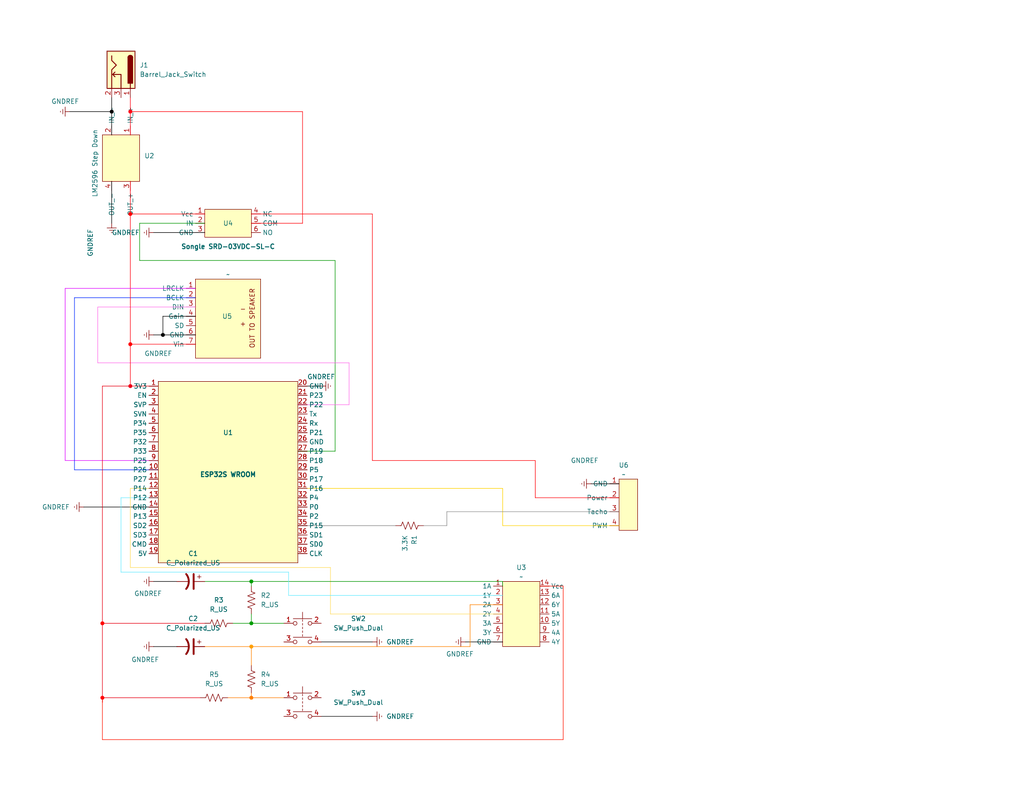
<source format=kicad_sch>
(kicad_sch (version 20231120) (generator "eeschema") (generator_version "8.0")
  (paper "A")
  (title_block (title "Fan Control Device") (date "2024-05-08") (rev "2") (comment 1 "Jorge Suarez") (comment 2 "Dylan St. Laurent"))
  (lib_symbols
    (symbol "1A-AudioDRV_sym:MAX98357A"
      (property "Reference" "U5" (at 0 13.97 0))
      (property "Value" "~" (at 0 11.43 0))
      (symbol "MAX98357A_1_1"
        (polyline (pts (xy -8.89 10.16) (xy 8.89 10.16) (xy 8.89 -11.43) (xy -8.89 -11.43) (xy -8.89 10.16)) (fill (type background)))
        (text "+\n" (at 4.064 -2.032 0) (effects (font (size 1.27 1.27))))
        (text "-" (at 4.064 2.032 0) (effects (font (size 1.27 1.27))))
        (text "OUT TO SPEAKER" (at 6.604 -0.508 900) (effects (font (size 1.27 1.27))))
        (pin bidirectional line (at -8.89 7.62 180) (length 2.54) (name "LRCLK") (number "1"))
        (pin bidirectional line (at -8.89 5.08 180) (length 2.54) (name "BCLK") (number "2"))
        (pin bidirectional line (at -8.89 2.54 180) (length 2.54) (name "DIN") (number "3"))
        (pin bidirectional line (at -8.89 0 180) (length 2.54) (name "Gain") (number "4"))
        (pin bidirectional line (at -8.89 -2.54 180) (length 2.54) (name "SD") (number "5"))
        (pin bidirectional line (at -8.89 -5.08 180) (length 2.54) (name "GND") (number "6"))
        (pin bidirectional line (at -8.89 -7.62 180) (length 2.54) (name "Vin") (number "7"))
      )
    )
    (symbol "1A-Power:Songle"
      (property "Reference" "U4" (at 0 0 90))
      (property "Value" "Songle SRD-03VDC-SL-C" (at -6.35 0 90))
      (symbol "Songle_1_1"
        (polyline (pts (xy 0 6.35) (xy -3.81 6.35) (xy -3.81 -6.35) (xy 3.81 -6.35) (xy 3.81 6.35) (xy 0 6.35)) (fill (type background)))
        (pin input line (at 2.54 6.35 90) (length 2.54) (name "Vcc") (number "1"))
        (pin input line (at 0 6.35 90) (length 2.54) (name "IN") (number "2"))
        (pin input line (at -2.54 6.35 90) (length 2.54) (name "GND") (number "3"))
        (pin input line (at 2.54 -6.35 270) (length 2.54) (name "NC") (number "4"))
        (pin input line (at 0 -6.35 270) (length 2.54) (name "COM") (number "5"))
        (pin input line (at -2.54 -6.35 270) (length 2.54) (name "NO") (number "6"))
      )
    )
    (symbol "1A_CustomSymbols:Fan_Connector"
      (property "Reference" "U" (at 0 0 0))
      (symbol "Fan_Connector_1_1"
        (rectangle (start -5.08 2.54) (end 8.89 -2.54) (fill (type background)))
        (pin input line (at 7.62 2.54 90) (length 2.54) (name "GND") (number "1"))
        (pin input line (at 3.81 2.54 90) (length 2.54) (name "Power") (number "2"))
        (pin input line (at 0 2.54 90) (length 2.54) (name "Tacho") (number "3"))
        (pin input line (at -3.81 2.54 90) (length 2.54) (name "PWM") (number "4"))
      )
    )
    (symbol "1A_CustomSymbols:SN74HC14N"
      (property "Reference" "U" (at 0 0 0))
      (symbol "SN74HC14N_1_1"
        (polyline (pts (xy 0 8.89) (xy -5.08 8.89) (xy -5.08 -8.89) (xy 5.08 -8.89) (xy 5.08 8.89) (xy 0 8.89)) (fill (type background)))
        (pin input line (at -5.08 7.62 180) (length 2.54) (name "1A") (number "1"))
        (pin output line (at 5.08 -2.54 0) (length 2.54) (name "5Y") (number "10"))
        (pin input line (at 5.08 0 0) (length 2.54) (name "5A") (number "11"))
        (pin output line (at 5.08 2.54 0) (length 2.54) (name "6Y") (number "12"))
        (pin input line (at 5.08 5.08 0) (length 2.54) (name "6A") (number "13"))
        (pin input line (at 5.08 7.62 0) (length 2.54) (name "Vcc") (number "14"))
        (pin output line (at -5.08 5.08 180) (length 2.54) (name "1Y") (number "2"))
        (pin input line (at -5.08 2.54 180) (length 2.54) (name "2A") (number "3"))
        (pin output line (at -5.08 0 180) (length 2.54) (name "2Y") (number "4"))
        (pin input line (at -5.08 -2.54 180) (length 2.54) (name "3A") (number "5"))
        (pin output line (at -5.08 -5.08 180) (length 2.54) (name "3Y") (number "6"))
        (pin output line (at -5.08 -7.62 180) (length 2.54) (name "GND") (number "7"))
        (pin output line (at 5.08 -7.62 0) (length 2.54) (name "4Y") (number "8"))
        (pin input line (at 5.08 -5.08 0) (length 2.54) (name "4A") (number "9"))
      )
    )
    (symbol "1A_CustomSymbols:Valeford_Step_Down"
      (property "Reference" "U" (at 0 0 0))
      (symbol "Valeford_Step_Down_1_1"
        (polyline (pts (xy -5.08 6.35) (xy 5.08 6.35) (xy 5.08 -6.35) (xy -5.08 -6.35) (xy -5.08 6.35)) (fill (type background)))
        (pin input line (at 2.54 6.35 90) (length 2.54) (name "IN_+") (number "1"))
        (pin input line (at -2.54 6.35 90) (length 2.54) (name "IN_-") (number "2"))
        (pin output line (at 2.54 -6.35 270) (length 2.54) (name "OUT_+") (number "3"))
        (pin output line (at -2.54 -6.35 270) (length 2.54) (name "OUT_-") (number "4"))
      )
    )
    (symbol "1A_Espressif:ESP-32SWroom"
      (property "Reference" "U1" (at -0.0079 27.94 0))
      (property "Value" "ESP32S-WROOM-32" (at 0 0 0))
      (symbol "ESP-32SWroom_1_1"
        (polyline (pts (xy -19.05 25.4) (xy 19.05 25.4) (xy 19.05 -24.13) (xy -19.05 -24.13) (xy -19.05 25.4)) (fill (type background)))
        (pin bidirectional line (at -19.05 24.13 180) (length 2.54) (name "3V3") (number "1"))
        (pin bidirectional line (at -19.05 1.27 180) (length 2.54) (name "P26") (number "10"))
        (pin bidirectional line (at -19.05 -1.27 180) (length 2.54) (name "P27") (number "11"))
        (pin bidirectional line (at -19.05 -3.81 180) (length 2.54) (name "P14") (number "12"))
        (pin bidirectional line (at -19.05 -6.35 180) (length 2.54) (name "P12") (number "13"))
        (pin bidirectional line (at -19.05 -8.89 180) (length 2.54) (name "GND") (number "14"))
        (pin bidirectional line (at -19.05 -11.43 180) (length 2.54) (name "P13") (number "15"))
        (pin bidirectional line (at -19.05 -13.97 180) (length 2.54) (name "SD2") (number "16"))
        (pin bidirectional line (at -19.05 -16.51 180) (length 2.54) (name "SD3") (number "17"))
        (pin bidirectional line (at -19.05 -19.05 180) (length 2.54) (name "CMD") (number "18"))
        (pin bidirectional line (at -19.05 -21.59 180) (length 2.54) (name "5V") (number "19"))
        (pin bidirectional line (at -19.05 21.59 180) (length 2.54) (name "EN") (number "2"))
        (pin bidirectional line (at 19.05 24.13 0) (length 2.54) (name "GND") (number "20"))
        (pin bidirectional line (at 19.05 21.59 0) (length 2.54) (name "P23") (number "21"))
        (pin bidirectional line (at 19.05 19.05 0) (length 2.54) (name "P22") (number "22"))
        (pin bidirectional line (at 19.05 16.51 0) (length 2.54) (name "Tx") (number "23"))
        (pin bidirectional line (at 19.05 13.97 0) (length 2.54) (name "Rx") (number "24"))
        (pin bidirectional line (at 19.05 11.43 0) (length 2.54) (name "P21") (number "25"))
        (pin bidirectional line (at 19.05 8.89 0) (length 2.54) (name "GND") (number "26"))
        (pin bidirectional line (at 19.05 6.35 0) (length 2.54) (name "P19") (number "27"))
        (pin bidirectional line (at 19.05 3.81 0) (length 2.54) (name "P18") (number "28"))
        (pin bidirectional line (at 19.05 1.27 0) (length 2.54) (name "P5") (number "29"))
        (pin bidirectional line (at -19.05 19.05 180) (length 2.54) (name "SVP") (number "3"))
        (pin bidirectional line (at 19.05 -1.27 0) (length 2.54) (name "P17") (number "30"))
        (pin bidirectional line (at 19.05 -3.81 0) (length 2.54) (name "P16") (number "31"))
        (pin bidirectional line (at 19.05 -6.35 0) (length 2.54) (name "P4") (number "32"))
        (pin bidirectional line (at 19.05 -8.89 0) (length 2.54) (name "P0") (number "33"))
        (pin bidirectional line (at 19.05 -11.43 0) (length 2.54) (name "P2") (number "34"))
        (pin bidirectional line (at 19.05 -13.97 0) (length 2.54) (name "P15") (number "35"))
        (pin bidirectional line (at 19.05 -16.51 0) (length 2.54) (name "SD1") (number "36"))
        (pin bidirectional line (at 19.05 -19.05 0) (length 2.54) (name "SD0") (number "37"))
        (pin bidirectional line (at 19.05 -21.59 0) (length 2.54) (name "CLK") (number "38"))
        (pin bidirectional line (at -19.05 16.51 180) (length 2.54) (name "SVN") (number "4"))
        (pin bidirectional line (at -19.05 13.97 180) (length 2.54) (name "P34") (number "5"))
        (pin bidirectional line (at -19.05 11.43 180) (length 2.54) (name "P35") (number "6"))
        (pin bidirectional line (at -19.05 8.89 180) (length 2.54) (name "P32") (number "7"))
        (pin bidirectional line (at -19.05 6.35 180) (length 2.54) (name "P33") (number "8"))
        (pin bidirectional line (at -19.05 3.81 180) (length 2.54) (name "P25") (number "9"))
      )
    )
    (symbol "Connector:Barrel_Jack_Switch" (pin_names hide)
      (property "Reference" "J" (at 0 5.334 0))
      (property "Value" "Barrel_Jack_Switch" (at 0 -5.08 0))
      (symbol "Barrel_Jack_Switch_0_1"
        (rectangle (start -5.08 3.81) (end 5.08 -3.81) (stroke (width 0.254)) (fill (type background)))
        (arc (start -3.302 3.175) (mid -3.9343 2.54) (end -3.302 1.905) (stroke (width 0.254)))
        (arc (start -3.302 3.175) (mid -3.9343 2.54) (end -3.302 1.905) (stroke (width 0.254)) (fill (type outline)))
        (polyline (pts (xy 1.27 -2.286) (xy 1.905 -1.651)) (stroke (width 0.254)))
        (polyline (pts (xy 5.08 2.54) (xy 3.81 2.54)) (stroke (width 0.254)))
        (polyline (pts (xy 5.08 0) (xy 1.27 0) (xy 1.27 -2.286) (xy 0.635 -1.651)) (stroke (width 0.254)))
        (polyline (pts (xy -3.81 -2.54) (xy -2.54 -2.54) (xy -1.27 -1.27) (xy 0 -2.54) (xy 2.54 -2.54) (xy 5.08 -2.54)) (stroke (width 0.254)))
        (rectangle (start 3.683 3.175) (end -3.302 1.905) (stroke (width 0.254)) (fill (type outline)))
      )
      (symbol "Barrel_Jack_Switch_1_1"
        (pin passive line (at 7.62 2.54 180) (length 2.54) (name "~") (number "1"))
        (pin passive line (at 7.62 -2.54 180) (length 2.54) (name "~") (number "2"))
        (pin passive line (at 7.62 0 180) (length 2.54) (name "~") (number "3"))
      )
    )
    (symbol "Device:C_Polarized_US" (pin_numbers hide) (pin_names (offset 0.254) hide)
      (property "Reference" "C" (at 0.635 2.54 0))
      (property "Value" "C_Polarized_US" (at 0.635 -2.54 0))
      (symbol "C_Polarized_US_0_1"
        (polyline (pts (xy -2.032 0.762) (xy 2.032 0.762)) (stroke (width 0.508)))
        (polyline (pts (xy -1.778 2.286) (xy -0.762 2.286)))
        (polyline (pts (xy -1.27 1.778) (xy -1.27 2.794)))
        (arc (start 2.032 -1.27) (mid 0 -0.5572) (end -2.032 -1.27) (stroke (width 0.508)))
      )
      (symbol "C_Polarized_US_1_1"
        (pin passive line (at 0 3.81 270) (length 2.794) (name "~") (number "1"))
        (pin passive line (at 0 -3.81 90) (length 3.302) (name "~") (number "2"))
      )
    )
    (symbol "Device:R_US" (pin_numbers hide) (pin_names (offset 0))
      (property "Reference" "R" (at 2.54 0 90))
      (property "Value" "R_US" (at -2.54 0 90))
      (symbol "R_US_0_1"
        (polyline (pts (xy 0 -2.286) (xy 0 -2.54)))
        (polyline (pts (xy 0 2.286) (xy 0 2.54)))
        (polyline (pts (xy 0 -0.762) (xy 1.016 -1.143) (xy 0 -1.524) (xy -1.016 -1.905) (xy 0 -2.286)))
        (polyline (pts (xy 0 0.762) (xy 1.016 0.381) (xy 0 0) (xy -1.016 -0.381) (xy 0 -0.762)))
        (polyline (pts (xy 0 2.286) (xy 1.016 1.905) (xy 0 1.524) (xy -1.016 1.143) (xy 0 0.762)))
      )
      (symbol "R_US_1_1"
        (pin passive line (at 0 3.81 270) (length 1.27) (name "~") (number "1"))
        (pin passive line (at 0 -3.81 90) (length 1.27) (name "~") (number "2"))
      )
    )
    (symbol "Switch:SW_Push_Dual" (pin_names (offset 1.016) hide)
      (property "Reference" "SW" (at 1.27 2.54 0))
      (property "Value" "SW_Push_Dual" (at 0 -6.858 0))
      (symbol "SW_Push_Dual_0_1"
        (circle (center -2.032 -5.08) (radius 0.508))
        (circle (center -2.032 0) (radius 0.508))
        (polyline (pts (xy 0 -3.048) (xy 0 -3.556)))
        (polyline (pts (xy 0 -2.032) (xy 0 -2.54)))
        (polyline (pts (xy 0 -1.524) (xy 0 -1.016)))
        (polyline (pts (xy 0 -0.508) (xy 0 0)))
        (polyline (pts (xy 0 0.508) (xy 0 1.016)))
        (polyline (pts (xy 0 1.27) (xy 0 3.048)))
        (polyline (pts (xy 2.54 -3.81) (xy -2.54 -3.81)))
        (polyline (pts (xy 2.54 1.27) (xy -2.54 1.27)))
        (circle (center 2.032 -5.08) (radius 0.508))
        (circle (center 2.032 0) (radius 0.508))
        (pin passive line (at -5.08 0 0) (length 2.54) (name "1") (number "1"))
        (pin passive line (at 5.08 0 180) (length 2.54) (name "2") (number "2"))
        (pin passive line (at -5.08 -5.08 0) (length 2.54) (name "3") (number "3"))
        (pin passive line (at 5.08 -5.08 180) (length 2.54) (name "4") (number "4"))
      )
    )
    (symbol "power:GNDREF" (power) (pin_names (offset 0))
      (property "Value" "GNDREF" (at 0 -3.81 0))
      (symbol "GNDREF_0_1"
        (polyline (pts (xy -0.635 -1.905) (xy 0.635 -1.905)))
        (polyline (pts (xy -0.127 -2.54) (xy 0.127 -2.54)))
        (polyline (pts (xy 0 -1.27) (xy 0 0)))
        (polyline (pts (xy 1.27 -1.27) (xy -1.27 -1.27)))
      )
      (symbol "GNDREF_1_1"
        (pin power_in line (at 0 0 270) (length 0) hide (name "GNDREF") (number "1"))
      )
    )
  )
  (junction (at 68.58 176.53) (color 255 152 0 1))
  (junction (at 68.58 170.18))
  (junction (at 27.94 170.18) (color 255 2 0 1))
  (junction (at 27.94 190.5) (color 255 0 2 1))
  (junction (at 35.56 105.41) (color 230 0 18 1))
  (junction (at 35.56 93.98) (color 255 0 2 1))
  (junction (at 35.56 58.42) (color 255 0 2 1))
  (junction (at 68.58 190.5) (color 255 120 0 1))
  (junction (at 30.48 30.48) (color 0 0 0 1))
  (junction (at 68.58 158.75))
  (junction (at 44.45 91.44) (color 0 0 0 1))
  (junction (at 35.56 30.48) (color 255 4 17 1))
  (wire (pts (xy 82.55 60.96) (xy 82.55 30.48)) (stroke (width 0) (color 255 0 7 1)))
  (wire (pts (xy 78.74 156.21) (xy 33.02 156.21)) (stroke (width 0) (color 104 234 255 1)))
  (wire (pts (xy 137.16 158.75) (xy 137.16 160.02)))
  (wire (pts (xy 41.91 91.44) (xy 44.45 91.44)) (stroke (width 0) (color 0 0 0 1)))
  (wire (pts (xy 35.56 154.94) (xy 35.56 133.35)) (stroke (width 0) (color 255 221 97 1)))
  (wire (pts (xy 27.94 190.5) (xy 27.94 201.93)) (stroke (width 0) (color 255 20 0 1)))
  (wire (pts (xy 44.45 91.44) (xy 53.34 91.44)) (stroke (width 0) (color 0 0 0 1)))
  (wire (pts (xy 90.17 154.94) (xy 90.17 167.64)) (stroke (width 0) (color 255 221 97 1)))
  (wire (pts (xy 27.94 170.18) (xy 55.88 170.18)) (stroke (width 0) (color 230 0 18 1)))
  (wire (pts (xy 128.27 176.53) (xy 128.27 165.1)) (stroke (width 0) (color 255 130 0 1)))
  (wire (pts (xy 53.34 83.82) (xy 26.67 83.82)) (stroke (width 0) (color 255 112 234 1)))
  (wire (pts (xy 68.58 190.5) (xy 68.58 189.23)) (stroke (width 0) (color 255 129 8 1)))
  (wire (pts (xy 127 175.26) (xy 137.16 175.26)) (stroke (width 0) (color 0 0 0 1)))
  (wire (pts (xy 168.91 139.7) (xy 121.92 139.7)) (stroke (width 0) (color 140 140 140 1)))
  (wire (pts (xy 62.23 190.5) (xy 68.58 190.5)) (stroke (width 0) (color 255 129 8 1)))
  (wire (pts (xy 44.45 91.44) (xy 44.45 86.36)) (stroke (width 0) (color 0 0 0 1)))
  (wire (pts (xy 44.45 86.36) (xy 53.34 86.36)) (stroke (width 0) (color 0 0 0 1)))
  (wire (pts (xy 91.44 123.19) (xy 81.28 123.19)))
  (wire (pts (xy 30.48 30.48) (xy 30.48 36.83)) (stroke (width 0) (color 0 0 0 1)))
  (wire (pts (xy 101.6 175.26) (xy 87.63 175.26)) (stroke (width 0) (color 5 5 5 1)))
  (wire (pts (xy 53.34 78.74) (xy 17.78 78.74)) (stroke (width 0) (color 220 6 255 1)))
  (wire (pts (xy 146.05 135.89) (xy 168.91 135.89)) (stroke (width 0) (color 255 0 6 1)))
  (wire (pts (xy 27.94 105.41) (xy 35.56 105.41)) (stroke (width 0) (color 230 0 18 1)))
  (wire (pts (xy 33.02 156.21) (xy 33.02 135.89)) (stroke (width 0) (color 104 234 255 1)))
  (wire (pts (xy 35.56 49.53) (xy 35.56 58.42)) (stroke (width 0) (color 255 0 13 1)))
  (wire (pts (xy 41.91 176.53) (xy 48.26 176.53)) (stroke (width 0) (color 0 0 0 1)))
  (wire (pts (xy 35.56 30.48) (xy 35.56 36.83)) (stroke (width 0) (color 255 0 15 1)))
  (wire (pts (xy 27.94 190.5) (xy 27.94 191.77)) (stroke (width 0) (color 230 0 18 1)))
  (wire (pts (xy 35.56 58.42) (xy 35.56 93.98)) (stroke (width 0) (color 255 0 13 1)))
  (wire (pts (xy 63.5 170.18) (xy 68.58 170.18)))
  (wire (pts (xy 121.92 143.51) (xy 115.57 143.51)) (stroke (width 0) (color 140 140 140 1)))
  (wire (pts (xy 77.47 190.5) (xy 68.58 190.5)) (stroke (width 0) (color 255 129 8 1)))
  (wire (pts (xy 53.34 81.28) (xy 20.32 81.28)) (stroke (width 0) (color 0 39 255 1)))
  (wire (pts (xy 38.1 60.96) (xy 38.1 71.12)))
  (wire (pts (xy 41.91 63.5) (xy 55.88 63.5)) (stroke (width 0) (color 0 0 0 1)))
  (wire (pts (xy 17.78 78.74) (xy 17.78 125.73)) (stroke (width 0) (color 220 6 255 1)))
  (wire (pts (xy 55.88 60.96) (xy 38.1 60.96)))
  (wire (pts (xy 101.6 58.42) (xy 101.6 125.73)) (stroke (width 0) (color 255 0 6 1)))
  (wire (pts (xy 55.88 158.75) (xy 68.58 158.75)))
  (wire (pts (xy 101.6 125.73) (xy 146.05 125.73)) (stroke (width 0) (color 255 0 6 1)))
  (wire (pts (xy 137.16 162.56) (xy 78.74 162.56)) (stroke (width 0) (color 104 234 255 1)))
  (wire (pts (xy 22.86 138.43) (xy 43.18 138.43)) (stroke (width 0) (color 5 5 5 1)))
  (wire (pts (xy 68.58 58.42) (xy 101.6 58.42)) (stroke (width 0) (color 255 0 6 1)))
  (wire (pts (xy 35.56 105.41) (xy 43.18 105.41)) (stroke (width 0) (color 255 0 13 1)))
  (wire (pts (xy 90.17 167.64) (xy 137.16 167.64)) (stroke (width 0) (color 255 221 97 1)))
  (wire (pts (xy 68.58 167.64) (xy 68.58 170.18)))
  (wire (pts (xy 121.92 139.7) (xy 121.92 143.51)) (stroke (width 0) (color 140 140 140 1)))
  (wire (pts (xy 26.67 99.06) (xy 95.25 99.06)) (stroke (width 0) (color 255 112 234 1)))
  (wire (pts (xy 78.74 162.56) (xy 78.74 156.21)) (stroke (width 0) (color 104 234 255 1)))
  (wire (pts (xy 33.02 135.89) (xy 43.18 135.89)) (stroke (width 0) (color 104 234 255 1)))
  (wire (pts (xy 26.67 83.82) (xy 26.67 99.06)) (stroke (width 0) (color 255 112 234 1)))
  (wire (pts (xy 41.91 158.75) (xy 48.26 158.75)) (stroke (width 0) (color 0 0 0 1)))
  (wire (pts (xy 35.56 133.35) (xy 43.18 133.35)) (stroke (width 0) (color 255 221 97 1)))
  (wire (pts (xy 137.16 143.51) (xy 168.91 143.51)) (stroke (width 0) (color 255 210 0 1)))
  (wire (pts (xy 68.58 160.02) (xy 68.58 158.75)))
  (wire (pts (xy 27.94 170.18) (xy 27.94 105.41)) (stroke (width 0) (color 230 0 18 1)))
  (wire (pts (xy 168.91 132.08) (xy 161.29 132.08)) (stroke (width 0) (color 0 0 0 1)))
  (wire (pts (xy 68.58 181.61) (xy 68.58 176.53)) (stroke (width 0) (color 255 130 0 1)))
  (wire (pts (xy 55.88 176.53) (xy 68.58 176.53)) (stroke (width 0) (color 255 130 0 1)))
  (wire (pts (xy 35.56 58.42) (xy 55.88 58.42)) (stroke (width 0) (color 255 0 2 1)))
  (wire (pts (xy 81.28 133.35) (xy 137.16 133.35)) (stroke (width 0) (color 255 210 0 1)))
  (wire (pts (xy 19.05 30.48) (xy 30.48 30.48)) (stroke (width 0) (color 0 0 0 1)))
  (wire (pts (xy 38.1 71.12) (xy 91.44 71.12)))
  (wire (pts (xy 68.58 158.75) (xy 137.16 158.75)))
  (wire (pts (xy 153.67 160.02) (xy 153.67 201.93)) (stroke (width 0) (color 255 20 0 1)))
  (wire (pts (xy 27.94 190.5) (xy 54.61 190.5)) (stroke (width 0) (color 230 0 18 1)))
  (wire (pts (xy 68.58 176.53) (xy 128.27 176.53)) (stroke (width 0) (color 255 130 0 1)))
  (wire (pts (xy 81.28 105.41) (xy 87.63 105.41)) (stroke (width 0) (color 0 0 0 1)))
  (wire (pts (xy 35.56 93.98) (xy 35.56 105.41)) (stroke (width 0) (color 255 0 13 1)))
  (wire (pts (xy 20.32 81.28) (xy 20.32 128.27)) (stroke (width 0) (color 0 39 255 1)))
  (wire (pts (xy 153.67 201.93) (xy 27.94 201.93)) (stroke (width 0) (color 255 20 0 1)))
  (wire (pts (xy 27.94 170.18) (xy 27.94 190.5)) (stroke (width 0) (color 230 0 18 1)))
  (wire (pts (xy 35.56 93.98) (xy 53.34 93.98)) (stroke (width 0) (color 255 0 13 1)))
  (wire (pts (xy 90.17 154.94) (xy 35.56 154.94)) (stroke (width 0) (color 255 221 97 1)))
  (wire (pts (xy 147.32 160.02) (xy 153.67 160.02)) (stroke (width 0) (color 255 20 0 1)))
  (wire (pts (xy 30.48 49.53) (xy 30.48 60.96)) (stroke (width 0) (color 0 0 0 1)))
  (wire (pts (xy 101.6 195.58) (xy 87.63 195.58)) (stroke (width 0) (color 5 5 5 1)))
  (wire (pts (xy 95.25 110.49) (xy 81.28 110.49)) (stroke (width 0) (color 255 112 234 1)))
  (wire (pts (xy 91.44 71.12) (xy 91.44 123.19)))
  (wire (pts (xy 95.25 99.06) (xy 95.25 110.49)) (stroke (width 0) (color 255 112 234 1)))
  (wire (pts (xy 35.56 30.48) (xy 82.55 30.48)) (stroke (width 0) (color 255 0 7 1)))
  (wire (pts (xy 77.47 170.18) (xy 68.58 170.18)))
  (wire (pts (xy 146.05 125.73) (xy 146.05 135.89)) (stroke (width 0) (color 255 0 6 1)))
  (wire (pts (xy 107.95 143.51) (xy 81.28 143.51)) (stroke (width 0) (color 122 122 122 1)))
  (wire (pts (xy 30.48 30.48) (xy 30.48 26.67)) (stroke (width 0) (color 0 0 0 1)))
  (wire (pts (xy 137.16 133.35) (xy 137.16 143.51)) (stroke (width 0) (color 255 210 0 1)))
  (wire (pts (xy 128.27 165.1) (xy 137.16 165.1)) (stroke (width 0) (color 255 130 0 1)))
  (wire (pts (xy 35.56 26.67) (xy 35.56 30.48)) (stroke (width 0) (color 255 0 15 1)))
  (wire (pts (xy 17.78 125.73) (xy 43.18 125.73)) (stroke (width 0) (color 220 6 255 1)))
  (wire (pts (xy 20.32 128.27) (xy 43.18 128.27)) (stroke (width 0) (color 0 39 255 1)))
  (wire (pts (xy 82.55 60.96) (xy 68.58 60.96)) (stroke (width 0) (color 255 0 7 1)))
  (symbol (lib_id "power:GNDREF") (at 101.6 195.58 90) (unit 1)
    (property "Reference" "#PWR010" (effects (hide yes)))
    (property "Value" "GNDREF" (at 105.41 195.58 90) (effects (justify right)))
  )
  (symbol (lib_id "power:GNDREF") (at 101.6 175.26 90) (unit 1)
    (property "Reference" "#PWR09" (effects (hide yes)))
    (property "Value" "GNDREF" (at 105.41 175.26 90) (effects (justify right)))
  )
  (symbol (lib_id "power:GNDREF") (at 41.91 176.53 270) (unit 1)
    (property "Reference" "#PWR08" (effects (hide yes)))
    (property "Value" "GNDREF" (at 43.434 180.086 90) (effects (justify right)))
  )
  (symbol (lib_id "1A_CustomSymbols:Valeford_Step_Down") (at 33.02 43.18 0) (unit 1)
    (property "Reference" "U2" (at 39.37 42.5449 0) (effects (justify left)))
    (property "Value" "LM2596 Step Down" (at 25.908 53.848 90) (effects (justify left)))
    (property "Footprint" "Valefod:LM2596 Step Down" (effects (hide yes)))
  )
  (symbol (lib_id "Device:R_US") (at 59.69 170.18 270) (unit 1)
    (property "Reference" "R3" (at 59.69 163.83 90))
    (property "Value" "R_US" (at 59.69 166.37 90))
    (property "Footprint" "Resistor_THT:R_Axial_DIN0309_L9.0mm_D3.2mm_P15.24mm_Horizontal" (effects (hide yes)))
    (property "Description" "Resistor, US symbol" (effects (hide yes)))
  )
  (symbol (lib_id "power:GNDREF") (at 127 175.26 270) (unit 1)
    (property "Reference" "#PWR012" (effects (hide yes)))
    (property "Value" "GNDREF" (at 129.286 178.562 90) (effects (justify right)))
  )
  (symbol (lib_id "Device:R_US") (at 68.58 185.42 0) (unit 1)
    (property "Reference" "R4" (at 71.12 184.1499 0) (effects (justify left)))
    (property "Value" "R_US" (at 71.12 186.6899 0) (effects (justify left)))
    (property "Footprint" "Resistor_THT:R_Axial_DIN0309_L9.0mm_D3.2mm_P15.24mm_Horizontal" (effects (hide yes)))
    (property "Description" "Resistor, US symbol" (effects (hide yes)))
  )
  (symbol (lib_id "power:GNDREF") (at 41.91 158.75 270) (unit 1)
    (property "Reference" "#PWR05" (effects (hide yes)))
    (property "Value" "GNDREF" (at 44.196 162.052 90) (effects (justify right)))
  )
  (symbol (lib_id "Device:R_US") (at 58.42 190.5 270) (unit 1)
    (property "Reference" "R5" (at 58.42 184.15 90))
    (property "Value" "R_US" (at 58.42 186.69 90))
    (property "Footprint" "Resistor_THT:R_Axial_DIN0309_L9.0mm_D3.2mm_P15.24mm_Horizontal" (effects (hide yes)))
    (property "Description" "Resistor, US symbol" (effects (hide yes)))
  )
  (symbol (lib_id "1A_Espressif:ESP-32SWroom") (at 62.23 129.54 0) (unit 1)
    (property "Reference" "U1" (at 62.23 118.11 0))
    (property "Value" "ESP32S WROOM" (at 62.23 129.54 0) (effects (font (bold yes))))
    (property "Footprint" "Espressif_EXT:ESP-WROOM-32" (effects (hide yes)))
  )
  (symbol (lib_id "Switch:SW_Push_Dual") (at 82.55 190.5 0) (unit 1)
    (property "Reference" "SW3" (at 97.79 189.23 0))
    (property "Value" "SW_Push_Dual" (at 97.79 191.77 0))
    (property "Footprint" "Button_Switch_THT:SW_PUSH_6mm_H5mm" (effects (hide yes)))
  )
  (symbol (lib_id "Switch:SW_Push_Dual") (at 82.55 170.18 0) (unit 1)
    (property "Reference" "SW2" (at 97.79 168.91 0))
    (property "Value" "SW_Push_Dual" (at 97.79 171.45 0))
    (property "Footprint" "Button_Switch_THT:SW_PUSH_6mm_H5mm" (effects (hide yes)))
  )
  (symbol (lib_id "power:GNDREF") (at 161.29 132.08 270) (unit 1)
    (property "Reference" "#PWR03" (effects (hide yes)))
    (property "Value" "GNDREF" (at 159.512 125.73 90))
  )
  (symbol (lib_id "power:GNDREF") (at 22.86 138.43 270) (unit 1)
    (property "Reference" "#PWR06" (effects (hide yes)))
    (property "Value" "GNDREF" (at 19.05 138.43 90) (effects (justify right)))
  )
  (symbol (lib_id "power:GNDREF") (at 87.63 105.41 90) (mirror x) (unit 1)
    (property "Reference" "#PWR011" (effects (hide yes)))
    (property "Value" "GNDREF" (at 83.82 102.87 90) (effects (justify right)))
  )
  (symbol (lib_id "power:GNDREF") (at 30.48 60.96 0) (unit 1)
    (property "Reference" "#PWR02" (effects (hide yes)))
    (property "Value" "GNDREF" (at 24.638 62.484 90) (effects (justify right)))
  )
  (symbol (lib_id "1A-AudioDRV_sym:MAX98357A") (at 62.23 86.36 0) (unit 1)
    (property "Reference" "U5" (at 61.976 86.36 0))
    (property "Value" "~" (at 62.23 74.93 0))
    (property "Footprint" "MAXAUDIO:MAX98357A Board" (effects (hide yes)))
  )
  (symbol (lib_id "1A-Power:Songle") (at 62.23 60.96 90) (unit 1)
    (property "Reference" "U4" (at 62.23 60.96 90))
    (property "Value" "Songle SRD-03VDC-SL-C" (at 62.23 67.31 90) (effects (font (bold yes))))
    (property "Footprint" "Songle:Songle Relay Module" (effects (hide yes)))
  )
  (symbol (lib_id "Device:C_Polarized_US") (at 52.07 158.75 270) (unit 1)
    (property "Reference" "C1" (at 52.705 151.13 90))
    (property "Value" "C_Polarized_US" (at 52.705 153.67 90))
    (property "Footprint" "Capacitor_THT:CP_Radial_D5.0mm_P2.50mm" (effects (hide yes)))
    (property "Description" "Polarized capacitor, US symbol" (effects (hide yes)))
  )
  (symbol (lib_id "Connector:Barrel_Jack_Switch") (at 33.02 19.05 270) (unit 1)
    (property "Reference" "J1" (at 38.1 17.78 90) (effects (justify left)))
    (property "Value" "Barrel_Jack_Switch" (at 38.1 20.32 90) (effects (justify left)))
    (property "Footprint" "CustomConnector:BarrelJack_Kycon_KLDX-0202-xC_Horizontal (BreadBoard)" (effects (hide yes)))
  )
  (symbol (lib_id "1A_CustomSymbols:SN74HC14N") (at 142.24 167.64 0) (unit 1)
    (property "Reference" "U3" (at 142.24 154.94 0))
    (property "Value" "~" (at 142.24 157.48 0))
    (property "Footprint" "CustomDIP:DIP-SN74HC14N" (effects (hide yes)))
  )
  (symbol (lib_id "power:GNDREF") (at 41.91 63.5 270) (unit 1)
    (property "Reference" "#PWR07" (effects (hide yes)))
    (property "Value" "GNDREF" (at 38.1 63.5 90) (effects (justify right)))
  )
  (symbol (lib_id "power:GNDREF") (at 19.05 30.48 270) (unit 1)
    (property "Reference" "#PWR01" (effects (hide yes)))
    (property "Value" "GNDREF" (at 21.59 27.686 90) (effects (justify right)))
  )
  (symbol (lib_id "1A_CustomSymbols:Fan_Connector") (at 171.45 139.7 90) (unit 1)
    (property "Reference" "U6" (at 170.18 127 90))
    (property "Value" "~" (at 170.18 129.54 90))
    (property "Footprint" "Connector_PinHeader_2.54mm:PinHeader_1x04_P2.54mm_Vertical" (effects (hide yes)))
  )
  (symbol (lib_id "Device:C_Polarized_US") (at 52.07 176.53 270) (unit 1)
    (property "Reference" "C2" (at 52.705 168.91 90))
    (property "Value" "C_Polarized_US" (at 52.705 171.45 90))
    (property "Footprint" "Capacitor_THT:CP_Radial_D5.0mm_P2.50mm" (effects (hide yes)))
    (property "Description" "Polarized capacitor, US symbol" (effects (hide yes)))
  )
  (symbol (lib_id "Device:R_US") (at 111.76 143.51 270) (unit 1)
    (property "Reference" "R1" (at 113.03 146.05 0) (effects (justify left)))
    (property "Value" "3.3K" (at 110.49 146.05 0) (effects (justify left)))
    (property "Footprint" "Resistor_THT:R_Axial_DIN0309_L9.0mm_D3.2mm_P15.24mm_Horizontal" (effects (hide yes)))
  )
  (symbol (lib_id "power:GNDREF") (at 41.91 91.44 270) (unit 1)
    (property "Reference" "#PWR013" (effects (hide yes)))
    (property "Value" "GNDREF" (at 46.99 96.52 90) (effects (justify right)))
  )
  (symbol (lib_id "Device:R_US") (at 68.58 163.83 0) (unit 1)
    (property "Reference" "R2" (at 71.12 162.5599 0) (effects (justify left)))
    (property "Value" "R_US" (at 71.12 165.0999 0) (effects (justify left)))
    (property "Footprint" "Resistor_THT:R_Axial_DIN0309_L9.0mm_D3.2mm_P15.24mm_Horizontal" (effects (hide yes)))
    (property "Description" "Resistor, US symbol" (effects (hide yes)))
  )
)
</source>
